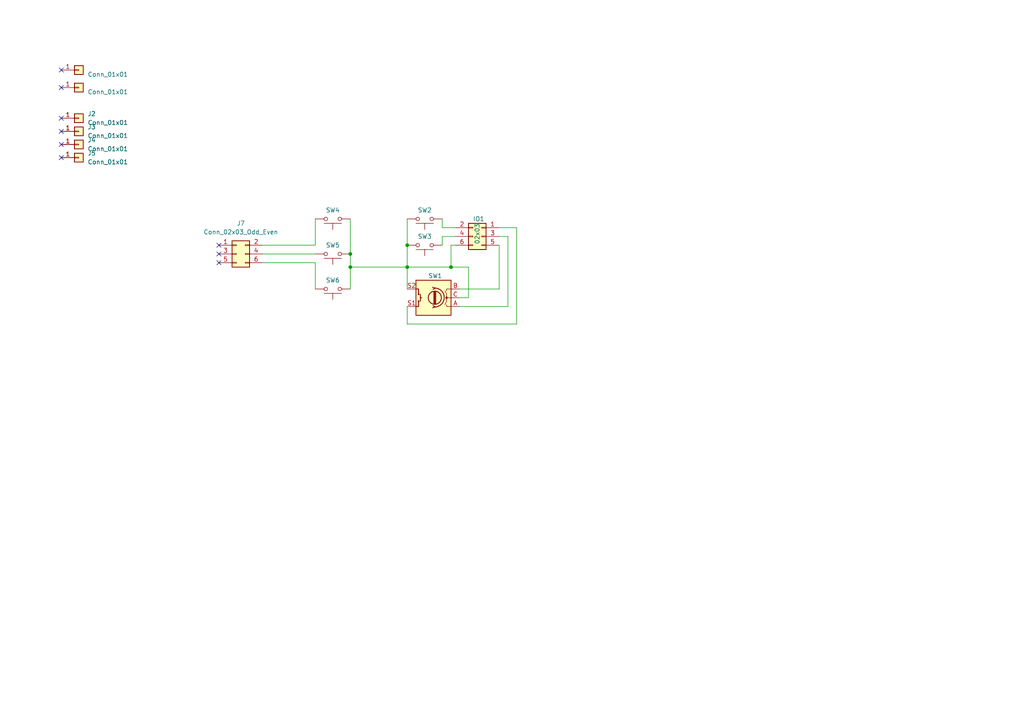
<source format=kicad_sch>
(kicad_sch (version 20230121) (generator eeschema)
  (paper "A4")
  (lib_symbols
    (symbol "Connector_Generic:Conn_01x01" (pin_names (offset 1.016) hide)
      (property "Reference" "J" (at 0 2.54 0))
      (property "Value" "Conn_01x01" (at 0 -2.54 0))
      (symbol "Conn_01x01_1_1"
        (rectangle (start -1.27 0.127) (end 0 -0.127) (stroke (width 0.1524)))
        (rectangle (start -1.27 1.27) (end 1.27 -1.27) (stroke (width 0.254)) (fill (type background)))
        (pin passive line (at -5.08 0 0) (length 3.81) (name "Pin_1") (number "1"))
      )
    )
    (symbol "Connector_Generic:Conn_02x03_Odd_Even" (pin_names (offset 1.016) hide)
      (property "Reference" "J" (at 1.27 5.08 0))
      (property "Value" "Conn_02x03_Odd_Even" (at 1.27 -5.08 0))
      (symbol "Conn_02x03_Odd_Even_1_1"
        (rectangle (start -1.27 -2.413) (end 0 -2.667) (stroke (width 0.1524)))
        (rectangle (start -1.27 0.127) (end 0 -0.127) (stroke (width 0.1524)))
        (rectangle (start -1.27 2.667) (end 0 2.413) (stroke (width 0.1524)))
        (rectangle (start -1.27 3.81) (end 3.81 -3.81) (stroke (width 0.254)) (fill (type background)))
        (rectangle (start 3.81 -2.413) (end 2.54 -2.667) (stroke (width 0.1524)))
        (rectangle (start 3.81 0.127) (end 2.54 -0.127) (stroke (width 0.1524)))
        (rectangle (start 3.81 2.667) (end 2.54 2.413) (stroke (width 0.1524)))
        (pin passive line (at -5.08 2.54 0) (length 3.81) (name "Pin_1") (number "1"))
        (pin passive line (at 7.62 2.54 180) (length 3.81) (name "Pin_2") (number "2"))
        (pin passive line (at -5.08 0 0) (length 3.81) (name "Pin_3") (number "3"))
        (pin passive line (at 7.62 0 180) (length 3.81) (name "Pin_4") (number "4"))
        (pin passive line (at -5.08 -2.54 0) (length 3.81) (name "Pin_5") (number "5"))
        (pin passive line (at 7.62 -2.54 180) (length 3.81) (name "Pin_6") (number "6"))
      )
    )
    (symbol "Device:RotaryEncoder_Switch" (pin_names (offset 0.254) hide)
      (property "Reference" "SW" (at 0 6.604 0))
      (property "Value" "RotaryEncoder_Switch" (at 0 -6.604 0))
      (symbol "RotaryEncoder_Switch_0_1"
        (rectangle (start -5.08 5.08) (end 5.08 -5.08) (stroke (width 0.254)) (fill (type background)))
        (circle (center -3.81 0) (radius 0.254) (fill (type outline)))
        (circle (center -0.381 0) (radius 1.905) (stroke (width 0.254)))
        (arc (start -0.381 2.667) (mid -3.0988 -0.0635) (end -0.381 -2.794) (stroke (width 0.254)))
        (polyline (pts (xy -0.635 -1.778) (xy -0.635 1.778)) (stroke (width 0.254)))
        (polyline (pts (xy -0.381 -1.778) (xy -0.381 1.778)) (stroke (width 0.254)))
        (polyline (pts (xy -0.127 1.778) (xy -0.127 -1.778)) (stroke (width 0.254)))
        (polyline (pts (xy 3.81 0) (xy 3.429 0)) (stroke (width 0.254)))
        (polyline (pts (xy 3.81 1.016) (xy 3.81 -1.016)) (stroke (width 0.254)))
        (polyline (pts (xy -5.08 -2.54) (xy -3.81 -2.54) (xy -3.81 -2.032)))
        (polyline (pts (xy -5.08 2.54) (xy -3.81 2.54) (xy -3.81 2.032)))
        (polyline (pts (xy 0.254 -3.048) (xy -0.508 -2.794) (xy 0.127 -2.413)) (stroke (width 0.254)))
        (polyline (pts (xy 0.254 2.921) (xy -0.508 2.667) (xy 0.127 2.286)) (stroke (width 0.254)))
        (polyline (pts (xy 5.08 -2.54) (xy 4.318 -2.54) (xy 4.318 -1.016)) (stroke (width 0.254)))
        (polyline (pts (xy 5.08 2.54) (xy 4.318 2.54) (xy 4.318 1.016)) (stroke (width 0.254)))
        (polyline (pts (xy -5.08 0) (xy -3.81 0) (xy -3.81 -1.016) (xy -3.302 -2.032)))
        (polyline (pts (xy -4.318 0) (xy -3.81 0) (xy -3.81 1.016) (xy -3.302 2.032)))
        (circle (center 4.318 -1.016) (radius 0.127) (stroke (width 0.254)))
        (circle (center 4.318 1.016) (radius 0.127) (stroke (width 0.254)))
      )
      (symbol "RotaryEncoder_Switch_1_1"
        (pin passive line (at -7.62 2.54 0) (length 2.54) (name "A") (number "A"))
        (pin passive line (at -7.62 -2.54 0) (length 2.54) (name "B") (number "B"))
        (pin passive line (at -7.62 0 0) (length 2.54) (name "C") (number "C"))
        (pin passive line (at 7.62 2.54 180) (length 2.54) (name "S1") (number "S1"))
        (pin passive line (at 7.62 -2.54 180) (length 2.54) (name "S2") (number "S2"))
      )
    )
    (symbol "Switch:SW_Push" (pin_numbers hide) (pin_names (offset 1.016) hide)
      (property "Reference" "SW" (at 1.27 2.54 0))
      (property "Value" "SW_Push" (at 0 -1.524 0))
      (symbol "SW_Push_0_1"
        (circle (center -2.032 0) (radius 0.508))
        (polyline (pts (xy 0 1.27) (xy 0 3.048)))
        (polyline (pts (xy 2.54 1.27) (xy -2.54 1.27)))
        (circle (center 2.032 0) (radius 0.508))
        (pin passive line (at -5.08 0 0) (length 2.54) (name "1") (number "1"))
        (pin passive line (at 5.08 0 180) (length 2.54) (name "2") (number "2"))
      )
    )
  )
  (junction (at 101.6 77.47))
  (junction (at 118.11 71.12))
  (junction (at 130.81 77.47))
  (junction (at 101.6 73.66))
  (junction (at 118.11 77.47))
  (no_connect (at 17.78 25.4))
  (no_connect (at 17.78 34.29))
  (no_connect (at 63.5 71.12))
  (no_connect (at 17.78 38.1))
  (no_connect (at 17.78 20.32))
  (no_connect (at 63.5 76.2))
  (no_connect (at 17.78 41.91))
  (no_connect (at 63.5 73.66))
  (no_connect (at 17.78 45.72))
  (wire (pts (xy 147.32 68.58) (xy 147.32 88.9)))
  (wire (pts (xy 91.44 71.12) (xy 91.44 63.5)))
  (wire (pts (xy 118.11 93.98) (xy 149.86 93.98)))
  (wire (pts (xy 118.11 71.12) (xy 118.11 77.47)))
  (wire (pts (xy 118.11 77.47) (xy 118.11 83.82)))
  (wire (pts (xy 128.27 66.04) (xy 128.27 63.5)))
  (wire (pts (xy 149.86 66.04) (xy 149.86 93.98)))
  (wire (pts (xy 133.35 86.36) (xy 135.89 86.36)))
  (wire (pts (xy 76.2 71.12) (xy 91.44 71.12)))
  (wire (pts (xy 91.44 76.2) (xy 91.44 83.82)))
  (wire (pts (xy 118.11 88.9) (xy 118.11 93.98)))
  (wire (pts (xy 130.81 77.47) (xy 118.11 77.47)))
  (wire (pts (xy 130.81 77.47) (xy 135.89 77.47)))
  (wire (pts (xy 132.08 68.58) (xy 128.27 68.58)))
  (wire (pts (xy 76.2 76.2) (xy 91.44 76.2)))
  (wire (pts (xy 144.78 66.04) (xy 149.86 66.04)))
  (wire (pts (xy 135.89 86.36) (xy 135.89 77.47)))
  (wire (pts (xy 76.2 73.66) (xy 91.44 73.66)))
  (wire (pts (xy 132.08 66.04) (xy 128.27 66.04)))
  (wire (pts (xy 101.6 63.5) (xy 101.6 73.66)))
  (wire (pts (xy 133.35 88.9) (xy 147.32 88.9)))
  (wire (pts (xy 130.81 71.12) (xy 132.08 71.12)))
  (wire (pts (xy 130.81 71.12) (xy 130.81 77.47)))
  (wire (pts (xy 133.35 83.82) (xy 144.78 83.82)))
  (wire (pts (xy 101.6 73.66) (xy 101.6 77.47)))
  (wire (pts (xy 128.27 68.58) (xy 128.27 71.12)))
  (wire (pts (xy 101.6 77.47) (xy 101.6 83.82)))
  (wire (pts (xy 118.11 77.47) (xy 101.6 77.47)))
  (wire (pts (xy 144.78 71.12) (xy 144.78 83.82)))
  (wire (pts (xy 118.11 63.5) (xy 118.11 71.12)))
  (wire (pts (xy 144.78 68.58) (xy 147.32 68.58)))
  (symbol (lib_id "Connector_Generic:Conn_02x03_Odd_Even") (at 68.58 73.66 0) (unit 1)
    (property "Reference" "J7" (at 69.85 64.77 0))
    (property "Value" "Conn_02x03_Odd_Even" (at 69.85 67.31 0))
    (property "Footprint" "Connector_PinSocket_2.54mm:PinSocket_2x03_P2.54mm_Vertical" (effects hide))
  )
  (symbol (lib_id "Connector_Generic:Conn_02x03_Odd_Even") (at 139.7 68.58 0) (mirror y) (unit 1)
    (property "Reference" "IO1" (at 137.16 63.5 0) (effects (justify right)))
    (property "Value" "02x03" (at 138.43 64.77 90) (effects (justify right)))
    (property "Footprint" "Custom:JST_SH_SM06B-SRSS-TB_1x06-1MP_P1.00mm_Horizontal" (effects hide))
  )
  (symbol (lib_id "Switch:SW_Push") (at 123.19 71.12 180) (unit 1)
    (property "Reference" "SW3" (at 123.19 68.58 0))
    (property "Value" "SW_Push" (effects hide))
    (property "Footprint" "Custom:SW_PUSH-12mm" (effects hide))
  )
  (symbol (lib_id "Switch:SW_Push") (at 96.52 83.82 180) (unit 1)
    (property "Reference" "SW6" (at 96.52 81.28 0))
    (property "Value" "SW_Push" (effects hide))
    (property "Footprint" "Custom:SW_PUSH-12mm" (effects hide))
  )
  (symbol (lib_id "Connector_Generic:Conn_01x01") (at 22.86 34.29 0) (unit 1)
    (property "Reference" "J2" (at 25.4 33.02 0) (effects (justify left)))
    (property "Value" "Conn_01x01" (at 25.4 35.56 0) (effects (justify left)))
    (property "Footprint" "Connector_PinHeader_2.54mm:PinHeader_1x01_P2.54mm_Vertical" (effects hide))
  )
  (symbol (lib_id "Switch:SW_Push") (at 96.52 73.66 180) (unit 1)
    (property "Reference" "SW5" (at 96.52 71.12 0))
    (property "Value" "SW_Push" (effects hide))
    (property "Footprint" "Custom:SW_PUSH-12mm" (effects hide))
  )
  (symbol (lib_id "Switch:SW_Push") (at 123.19 63.5 180) (unit 1)
    (property "Reference" "SW2" (at 123.19 60.96 0))
    (property "Value" "SW_Push" (effects hide))
    (property "Footprint" "Custom:SW_PUSH-12mm" (effects hide))
  )
  (symbol (lib_id "Connector_Generic:Conn_01x01") (at 22.86 20.32 0) (unit 1)
    (property "Reference" "J6" (effects hide))
    (property "Value" "Conn_01x01" (at 25.4 21.59 0) (effects (justify left)))
    (property "Footprint" "Custom:raspberrypi_2_3" (effects hide))
  )
  (symbol (lib_id "Connector_Generic:Conn_01x01") (at 22.86 45.72 0) (unit 1)
    (property "Reference" "J5" (at 25.4 44.45 0) (effects (justify left)))
    (property "Value" "Conn_01x01" (at 25.4 46.99 0) (effects (justify left)))
    (property "Footprint" "Connector_PinHeader_2.54mm:PinHeader_1x01_P2.54mm_Vertical" (effects hide))
  )
  (symbol (lib_id "Device:RotaryEncoder_Switch") (at 125.73 86.36 180) (unit 1)
    (property "Reference" "SW1" (at 128.27 80.01 0) (effects (justify left)))
    (property "Value" "RotaryEncoder_Switch" (effects hide))
    (property "Footprint" "Keebio:RotaryEncoder_Alps_EC11E-Switch_Vertical_H20mm" (effects hide))
  )
  (symbol (lib_id "Switch:SW_Push") (at 96.52 63.5 180) (unit 1)
    (property "Reference" "SW4" (at 96.52 60.96 0))
    (property "Value" "SW_Push" (effects hide))
    (property "Footprint" "Custom:SW_PUSH-12mm" (effects hide))
  )
  (symbol (lib_id "Connector_Generic:Conn_01x01") (at 22.86 25.4 0) (unit 1)
    (property "Reference" "J1" (effects hide))
    (property "Value" "Conn_01x01" (at 25.4 26.67 0) (effects (justify left)))
    (property "Footprint" "Custom:Breadboard" (effects hide))
  )
  (symbol (lib_id "Connector_Generic:Conn_01x01") (at 22.86 38.1 0) (unit 1)
    (property "Reference" "J3" (at 25.4 36.83 0) (effects (justify left)))
    (property "Value" "Conn_01x01" (at 25.4 39.37 0) (effects (justify left)))
    (property "Footprint" "Connector_PinHeader_2.54mm:PinHeader_1x01_P2.54mm_Vertical" (effects hide))
  )
  (symbol (lib_id "Connector_Generic:Conn_01x01") (at 22.86 41.91 0) (unit 1)
    (property "Reference" "J4" (at 25.4 40.64 0) (effects (justify left)))
    (property "Value" "Conn_01x01" (at 25.4 43.18 0) (effects (justify left)))
    (property "Footprint" "Connector_PinHeader_2.54mm:PinHeader_1x01_P2.54mm_Vertical" (effects hide))
  )
)
</source>
